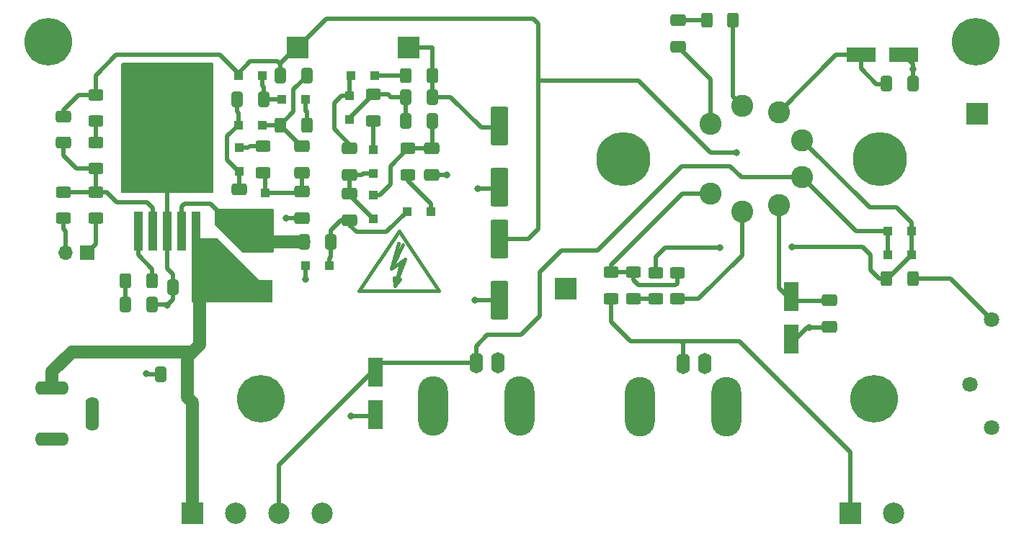
<source format=gbr>
%TF.GenerationSoftware,KiCad,Pcbnew,6.0.4-6f826c9f35~116~ubuntu21.10.1*%
%TF.CreationDate,2022-05-06T18:09:40-07:00*%
%TF.ProjectId,HV_Amplifier,48565f41-6d70-46c6-9966-6965722e6b69,rev?*%
%TF.SameCoordinates,Original*%
%TF.FileFunction,Copper,L1,Top*%
%TF.FilePolarity,Positive*%
%FSLAX46Y46*%
G04 Gerber Fmt 4.6, Leading zero omitted, Abs format (unit mm)*
G04 Created by KiCad (PCBNEW 6.0.4-6f826c9f35~116~ubuntu21.10.1) date 2022-05-06 18:09:40*
%MOMM*%
%LPD*%
G01*
G04 APERTURE LIST*
G04 Aperture macros list*
%AMRoundRect*
0 Rectangle with rounded corners*
0 $1 Rounding radius*
0 $2 $3 $4 $5 $6 $7 $8 $9 X,Y pos of 4 corners*
0 Add a 4 corners polygon primitive as box body*
4,1,4,$2,$3,$4,$5,$6,$7,$8,$9,$2,$3,0*
0 Add four circle primitives for the rounded corners*
1,1,$1+$1,$2,$3*
1,1,$1+$1,$4,$5*
1,1,$1+$1,$6,$7*
1,1,$1+$1,$8,$9*
0 Add four rect primitives between the rounded corners*
20,1,$1+$1,$2,$3,$4,$5,0*
20,1,$1+$1,$4,$5,$6,$7,0*
20,1,$1+$1,$6,$7,$8,$9,0*
20,1,$1+$1,$8,$9,$2,$3,0*%
G04 Aperture macros list end*
%TA.AperFunction,EtchedComponent*%
%ADD10C,0.381000*%
%TD*%
%TA.AperFunction,ComponentPad*%
%ADD11C,2.600000*%
%TD*%
%TA.AperFunction,ComponentPad*%
%ADD12C,6.350000*%
%TD*%
%TA.AperFunction,SMDPad,CuDef*%
%ADD13R,1.100000X4.600000*%
%TD*%
%TA.AperFunction,SMDPad,CuDef*%
%ADD14R,10.800000X9.400000*%
%TD*%
%TA.AperFunction,SMDPad,CuDef*%
%ADD15RoundRect,0.250001X0.799999X-1.999999X0.799999X1.999999X-0.799999X1.999999X-0.799999X-1.999999X0*%
%TD*%
%TA.AperFunction,SMDPad,CuDef*%
%ADD16RoundRect,0.250001X-0.799999X1.999999X-0.799999X-1.999999X0.799999X-1.999999X0.799999X1.999999X0*%
%TD*%
%TA.AperFunction,SMDPad,CuDef*%
%ADD17RoundRect,0.250000X0.412500X0.650000X-0.412500X0.650000X-0.412500X-0.650000X0.412500X-0.650000X0*%
%TD*%
%TA.AperFunction,SMDPad,CuDef*%
%ADD18R,1.800000X3.500000*%
%TD*%
%TA.AperFunction,ComponentPad*%
%ADD19C,5.600000*%
%TD*%
%TA.AperFunction,SMDPad,CuDef*%
%ADD20R,1.100000X1.100000*%
%TD*%
%TA.AperFunction,SMDPad,CuDef*%
%ADD21RoundRect,0.250000X-0.650000X0.412500X-0.650000X-0.412500X0.650000X-0.412500X0.650000X0.412500X0*%
%TD*%
%TA.AperFunction,SMDPad,CuDef*%
%ADD22RoundRect,0.250000X0.625000X-0.400000X0.625000X0.400000X-0.625000X0.400000X-0.625000X-0.400000X0*%
%TD*%
%TA.AperFunction,SMDPad,CuDef*%
%ADD23RoundRect,0.250000X0.650000X-0.412500X0.650000X0.412500X-0.650000X0.412500X-0.650000X-0.412500X0*%
%TD*%
%TA.AperFunction,SMDPad,CuDef*%
%ADD24R,3.500000X1.800000*%
%TD*%
%TA.AperFunction,ComponentPad*%
%ADD25O,1.600000X2.500000*%
%TD*%
%TA.AperFunction,ComponentPad*%
%ADD26O,3.500000X7.000000*%
%TD*%
%TA.AperFunction,SMDPad,CuDef*%
%ADD27RoundRect,0.250000X-0.625000X0.400000X-0.625000X-0.400000X0.625000X-0.400000X0.625000X0.400000X0*%
%TD*%
%TA.AperFunction,SMDPad,CuDef*%
%ADD28RoundRect,0.250000X-0.400000X-0.625000X0.400000X-0.625000X0.400000X0.625000X-0.400000X0.625000X0*%
%TD*%
%TA.AperFunction,ComponentPad*%
%ADD29R,2.500000X2.500000*%
%TD*%
%TA.AperFunction,SMDPad,CuDef*%
%ADD30RoundRect,0.250000X-0.412500X-0.650000X0.412500X-0.650000X0.412500X0.650000X-0.412500X0.650000X0*%
%TD*%
%TA.AperFunction,SMDPad,CuDef*%
%ADD31RoundRect,0.250000X0.400000X0.625000X-0.400000X0.625000X-0.400000X-0.625000X0.400000X-0.625000X0*%
%TD*%
%TA.AperFunction,ComponentPad*%
%ADD32O,4.000000X1.600000*%
%TD*%
%TA.AperFunction,ComponentPad*%
%ADD33O,1.600000X4.000000*%
%TD*%
%TA.AperFunction,ComponentPad*%
%ADD34C,2.500000*%
%TD*%
%TA.AperFunction,ComponentPad*%
%ADD35C,1.800000*%
%TD*%
%TA.AperFunction,SMDPad,CuDef*%
%ADD36RoundRect,0.575000X1.075000X-0.575000X1.075000X0.575000X-1.075000X0.575000X-1.075000X-0.575000X0*%
%TD*%
%TA.AperFunction,ComponentPad*%
%ADD37R,1.700000X1.700000*%
%TD*%
%TA.AperFunction,ComponentPad*%
%ADD38O,1.700000X1.700000*%
%TD*%
%TA.AperFunction,ViaPad*%
%ADD39C,0.800000*%
%TD*%
%TA.AperFunction,Conductor*%
%ADD40C,0.500000*%
%TD*%
%TA.AperFunction,Conductor*%
%ADD41C,1.500000*%
%TD*%
G04 APERTURE END LIST*
D10*
%TO.C,REF\u002A\u002A*%
X176529720Y-85370560D02*
X175732160Y-88169640D01*
X175732160Y-88169640D02*
X176931040Y-85070840D01*
X176931040Y-85070840D02*
X176331600Y-85469620D01*
X175330840Y-86170660D02*
X176631320Y-83369040D01*
X175330840Y-86170660D02*
X176529720Y-85370560D01*
X171531000Y-88764000D02*
X176230000Y-81779000D01*
X176130940Y-83170920D02*
X175330840Y-86170660D01*
X175732160Y-88169640D02*
X176331600Y-87471140D01*
X176230000Y-81779000D02*
X180929000Y-88764000D01*
X180929000Y-88764000D02*
X171531000Y-88764000D01*
X175732160Y-88169640D02*
X175630560Y-87270480D01*
%TD*%
D11*
%TO.P,U1,1,OUT*%
%TO.N,Net-(R5-Pad1)*%
X212778000Y-77342000D03*
%TO.P,U1,2,CL*%
%TO.N,Net-(R6-Pad2)*%
X216538000Y-79512000D03*
%TO.P,U1,3,+VS*%
%TO.N,+VHV*%
X220818000Y-78762000D03*
%TO.P,U1,4,+IN*%
%TO.N,/CTRL*%
X223608000Y-75432000D03*
%TO.P,U1,5,-IN*%
%TO.N,Net-(D1-Pad2)*%
X223608000Y-71092000D03*
%TO.P,U1,6,-VS*%
%TO.N,-VHV*%
X220818000Y-67762000D03*
%TO.P,U1,7,RC*%
%TO.N,Net-(R1-Pad2)*%
X216538000Y-67012000D03*
%TO.P,U1,8,CC*%
%TO.N,Net-(C1-Pad2)*%
X212778000Y-69182000D03*
D12*
%TO.P,U1,C*%
%TO.N,N/C*%
X232738000Y-73262000D03*
X202538000Y-73262000D03*
%TD*%
D13*
%TO.P,U2,1,VC*%
%TO.N,/VC*%
X145570000Y-81735000D03*
%TO.P,U2,2,FB*%
%TO.N,/FB*%
X147270000Y-81735000D03*
D14*
%TO.P,U2,3,GND*%
%TO.N,GND*%
X148970000Y-72585000D03*
D13*
X148970000Y-81735000D03*
%TO.P,U2,4,VSW*%
%TO.N,/SW*%
X150670000Y-81735000D03*
%TO.P,U2,5,VIN*%
%TO.N,/VIN*%
X152370000Y-81735000D03*
%TD*%
D15*
%TO.P,C20,1*%
%TO.N,GND*%
X188000000Y-76600000D03*
%TO.P,C20,2*%
%TO.N,-VHV*%
X188000000Y-69400000D03*
%TD*%
D16*
%TO.P,C19,1*%
%TO.N,+VHV*%
X188000000Y-82740000D03*
%TO.P,C19,2*%
%TO.N,GND*%
X188000000Y-89940000D03*
%TD*%
D17*
%TO.P,C12,1*%
%TO.N,Net-(C12-Pad1)*%
X180108500Y-68778000D03*
%TO.P,C12,2*%
%TO.N,Net-(C12-Pad2)*%
X176983500Y-68778000D03*
%TD*%
D18*
%TO.P,D16,1,A1*%
%TO.N,GND*%
X173440000Y-103400000D03*
%TO.P,D16,2,A2*%
%TO.N,/CTRL*%
X173440000Y-98400000D03*
%TD*%
D19*
%TO.P,H2,1,1*%
%TO.N,GND*%
X160000000Y-101500000D03*
%TD*%
D20*
%TO.P,D1,1,K*%
%TO.N,/CTRL*%
X233677500Y-84560000D03*
%TO.P,D1,2,A*%
%TO.N,Net-(D1-Pad2)*%
X236477500Y-84560000D03*
%TD*%
D21*
%TO.P,C7,1*%
%TO.N,Net-(C13-Pad2)*%
X157464000Y-76867500D03*
%TO.P,C7,2*%
%TO.N,/SW*%
X157464000Y-79992500D03*
%TD*%
D22*
%TO.P,R12,1*%
%TO.N,Net-(D7-Pad2)*%
X177276000Y-75154000D03*
%TO.P,R12,2*%
%TO.N,Net-(C12-Pad1)*%
X177276000Y-72054000D03*
%TD*%
D23*
%TO.P,C14,1*%
%TO.N,Net-(C10-Pad2)*%
X170418000Y-75166500D03*
%TO.P,C14,2*%
%TO.N,Net-(C14-Pad2)*%
X170418000Y-72041500D03*
%TD*%
D24*
%TO.P,D4,1,K*%
%TO.N,GND*%
X235520000Y-61060000D03*
%TO.P,D4,2,A*%
%TO.N,-VHV*%
X230520000Y-61060000D03*
%TD*%
D22*
%TO.P,R11,1*%
%TO.N,Net-(JP1-Pad2)*%
X136758000Y-80270000D03*
%TO.P,R11,2*%
%TO.N,/FB*%
X136758000Y-77170000D03*
%TD*%
D25*
%TO.P,J4,1,In*%
%TO.N,/HVOUT*%
X209600000Y-97350000D03*
D26*
%TO.P,J4,2,Ext*%
%TO.N,GND*%
X214680000Y-102430000D03*
X204520000Y-102430000D03*
D25*
X212140000Y-97350000D03*
%TD*%
D27*
%TO.P,R13,1*%
%TO.N,Net-(D9-Pad2)*%
X160258000Y-71800000D03*
%TO.P,R13,2*%
%TO.N,Net-(C11-Pad1)*%
X160258000Y-74900000D03*
%TD*%
%TO.P,R5,1*%
%TO.N,Net-(R5-Pad1)*%
X203756000Y-86636000D03*
%TO.P,R5,2*%
%TO.N,Net-(R4-Pad1)*%
X203756000Y-89736000D03*
%TD*%
D28*
%TO.P,R3,1*%
%TO.N,Net-(C2-Pad2)*%
X144098000Y-87610000D03*
%TO.P,R3,2*%
%TO.N,/VC*%
X147198000Y-87610000D03*
%TD*%
D20*
%TO.P,D13,1,K*%
%TO.N,+VHV*%
X157334000Y-63444000D03*
%TO.P,D13,2,A*%
%TO.N,Net-(C13-Pad1)*%
X160134000Y-63444000D03*
%TD*%
D29*
%TO.P,TP3,1,1*%
%TO.N,GND*%
X244180000Y-68000000D03*
%TD*%
D30*
%TO.P,C17,1*%
%TO.N,GND*%
X149673500Y-88372000D03*
%TO.P,C17,2*%
%TO.N,/VIN*%
X152798500Y-88372000D03*
%TD*%
D31*
%TO.P,R14,1*%
%TO.N,Net-(D12-Pad2)*%
X165364000Y-69286000D03*
%TO.P,R14,2*%
%TO.N,Net-(C11-Pad2)*%
X162264000Y-69286000D03*
%TD*%
D32*
%TO.P,J3,1*%
%TO.N,/VIN*%
X135450000Y-100250000D03*
%TO.P,J3,2*%
%TO.N,GND*%
X135450000Y-106250000D03*
D33*
%TO.P,J3,3*%
X140150000Y-103250000D03*
%TD*%
D20*
%TO.P,D6,1,K*%
%TO.N,Net-(C11-Pad1)*%
X160512000Y-77284000D03*
%TO.P,D6,2,A*%
%TO.N,/SW*%
X160512000Y-80084000D03*
%TD*%
D27*
%TO.P,R6,1*%
%TO.N,Net-(R5-Pad1)*%
X208910000Y-86670000D03*
%TO.P,R6,2*%
%TO.N,Net-(R6-Pad2)*%
X208910000Y-89770000D03*
%TD*%
D22*
%TO.P,R4,1*%
%TO.N,Net-(R4-Pad1)*%
X206360000Y-89760000D03*
%TO.P,R4,2*%
%TO.N,Net-(D1-Pad2)*%
X206360000Y-86660000D03*
%TD*%
D29*
%TO.P,J5,1,Pin_1*%
%TO.N,/HVOUT*%
X229255000Y-115000000D03*
D34*
%TO.P,J5,2,Pin_2*%
%TO.N,GND*%
X234335000Y-115000000D03*
%TD*%
D20*
%TO.P,D8,1,K*%
%TO.N,Net-(C12-Pad1)*%
X173212000Y-77538000D03*
%TO.P,D8,2,A*%
%TO.N,Net-(C10-Pad2)*%
X173212000Y-80338000D03*
%TD*%
%TO.P,D14,1,K*%
%TO.N,Net-(C12-Pad2)*%
X170418000Y-68654000D03*
%TO.P,D14,2,A*%
%TO.N,Net-(C14-Pad2)*%
X170418000Y-65854000D03*
%TD*%
D28*
%TO.P,R2,1*%
%TO.N,Net-(D1-Pad2)*%
X233470000Y-87370000D03*
%TO.P,R2,2*%
%TO.N,Net-(R2-Pad2)*%
X236570000Y-87370000D03*
%TD*%
D35*
%TO.P,RV1,1,1*%
%TO.N,Net-(R2-Pad2)*%
X245852000Y-92214000D03*
%TO.P,RV1,2,2*%
%TO.N,GND*%
X243312000Y-99834000D03*
%TO.P,RV1,3,3*%
%TO.N,unconnected-(RV1-Pad3)*%
X245852000Y-104914000D03*
%TD*%
D17*
%TO.P,C15,1*%
%TO.N,Net-(C11-Pad2)*%
X165376500Y-63444000D03*
%TO.P,C15,2*%
%TO.N,+VHV*%
X162251500Y-63444000D03*
%TD*%
D22*
%TO.P,R8,1*%
%TO.N,GND*%
X140568000Y-80270000D03*
%TO.P,R8,2*%
%TO.N,/FB*%
X140568000Y-77170000D03*
%TD*%
D20*
%TO.P,D10,1,K*%
%TO.N,Net-(C11-Pad2)*%
X160134000Y-69286000D03*
%TO.P,D10,2,A*%
%TO.N,Net-(C13-Pad2)*%
X157334000Y-69286000D03*
%TD*%
%TO.P,D5,1,K*%
%TO.N,GND*%
X165208000Y-85796000D03*
%TO.P,D5,2,A*%
%TO.N,Net-(C10-Pad1)*%
X168008000Y-85796000D03*
%TD*%
D17*
%TO.P,C2,1*%
%TO.N,GND*%
X147210500Y-90404000D03*
%TO.P,C2,2*%
%TO.N,Net-(C2-Pad2)*%
X144085500Y-90404000D03*
%TD*%
D23*
%TO.P,C5,1*%
%TO.N,/FB*%
X136758000Y-71392500D03*
%TO.P,C5,2*%
%TO.N,+VHV*%
X136758000Y-68267500D03*
%TD*%
%TO.P,C8,1*%
%TO.N,GND*%
X164830000Y-80246500D03*
%TO.P,C8,2*%
%TO.N,Net-(C11-Pad1)*%
X164830000Y-77121500D03*
%TD*%
D28*
%TO.P,R1,1*%
%TO.N,Net-(C1-Pad1)*%
X212370000Y-56980000D03*
%TO.P,R1,2*%
%TO.N,Net-(R1-Pad2)*%
X215470000Y-56980000D03*
%TD*%
D29*
%TO.P,J1,1,Pin_1*%
%TO.N,/VIN*%
X151980000Y-115000000D03*
D34*
%TO.P,J1,2,Pin_2*%
%TO.N,GND*%
X157060000Y-115000000D03*
%TO.P,J1,3,Pin_3*%
%TO.N,/CTRL*%
X162140000Y-115000000D03*
%TO.P,J1,4,Pin_4*%
%TO.N,GND*%
X167220000Y-115000000D03*
%TD*%
D19*
%TO.P,H3,1,1*%
%TO.N,GND*%
X135000000Y-59500000D03*
%TD*%
D17*
%TO.P,C13,1*%
%TO.N,Net-(C13-Pad1)*%
X160296500Y-66238000D03*
%TO.P,C13,2*%
%TO.N,Net-(C13-Pad2)*%
X157171500Y-66238000D03*
%TD*%
D30*
%TO.P,C16,1*%
%TO.N,Net-(C12-Pad2)*%
X176983500Y-65984000D03*
%TO.P,C16,2*%
%TO.N,-VHV*%
X180108500Y-65984000D03*
%TD*%
D20*
%TO.P,D15,1,K*%
%TO.N,Net-(C14-Pad2)*%
X170542000Y-63444000D03*
%TO.P,D15,2,A*%
%TO.N,Net-(D15-Pad2)*%
X173342000Y-63444000D03*
%TD*%
D29*
%TO.P,TP4,1,1*%
%TO.N,GND*%
X195810000Y-88530000D03*
%TD*%
D18*
%TO.P,D3,1,K*%
%TO.N,+VHV*%
X222340000Y-89490000D03*
%TO.P,D3,2,A*%
%TO.N,GND*%
X222340000Y-94490000D03*
%TD*%
D25*
%TO.P,J2,1,In*%
%TO.N,/CTRL*%
X185300000Y-97250000D03*
D26*
%TO.P,J2,2,Ext*%
%TO.N,GND*%
X190380000Y-102330000D03*
X180220000Y-102330000D03*
D25*
X187840000Y-97250000D03*
%TD*%
D19*
%TO.P,H4,1,1*%
%TO.N,GND*%
X244000000Y-59500000D03*
%TD*%
D29*
%TO.P,TP1,1*%
%TO.N,+VHV*%
X164322000Y-60142000D03*
%TD*%
D19*
%TO.P,H1,1,1*%
%TO.N,GND*%
X232000000Y-101500000D03*
%TD*%
D21*
%TO.P,C3,1*%
%TO.N,+VHV*%
X226760000Y-89937500D03*
%TO.P,C3,2*%
%TO.N,GND*%
X226760000Y-93062500D03*
%TD*%
D22*
%TO.P,R10,1*%
%TO.N,/FB*%
X140568000Y-74428000D03*
%TO.P,R10,2*%
%TO.N,Net-(R10-Pad2)*%
X140568000Y-71328000D03*
%TD*%
D20*
%TO.P,D12,1,K*%
%TO.N,Net-(C13-Pad1)*%
X162414000Y-66238000D03*
%TO.P,D12,2,A*%
%TO.N,Net-(D12-Pad2)*%
X165214000Y-66238000D03*
%TD*%
%TO.P,D2,1,K*%
%TO.N,Net-(D1-Pad2)*%
X236477500Y-81766000D03*
%TO.P,D2,2,A*%
%TO.N,/CTRL*%
X233677500Y-81766000D03*
%TD*%
D22*
%TO.P,R15,1*%
%TO.N,Net-(D11-Pad2)*%
X173212000Y-68804000D03*
%TO.P,R15,2*%
%TO.N,Net-(C12-Pad2)*%
X173212000Y-65704000D03*
%TD*%
D30*
%TO.P,C18,1*%
%TO.N,GND*%
X148237500Y-98580000D03*
%TO.P,C18,2*%
%TO.N,/VIN*%
X151362500Y-98580000D03*
%TD*%
D23*
%TO.P,C10,1*%
%TO.N,Net-(C10-Pad1)*%
X170418000Y-80500500D03*
%TO.P,C10,2*%
%TO.N,Net-(C10-Pad2)*%
X170418000Y-77375500D03*
%TD*%
D30*
%TO.P,C6,1*%
%TO.N,/SW*%
X165045500Y-83002000D03*
%TO.P,C6,2*%
%TO.N,Net-(C10-Pad1)*%
X168170500Y-83002000D03*
%TD*%
%TO.P,C4,1*%
%TO.N,-VHV*%
X233467500Y-64450000D03*
%TO.P,C4,2*%
%TO.N,GND*%
X236592500Y-64450000D03*
%TD*%
D20*
%TO.P,D9,1,K*%
%TO.N,Net-(C13-Pad2)*%
X157464000Y-74750000D03*
%TO.P,D9,2,A*%
%TO.N,Net-(D9-Pad2)*%
X157464000Y-71950000D03*
%TD*%
D29*
%TO.P,TP2,1*%
%TO.N,-VHV*%
X177300000Y-60200000D03*
%TD*%
D23*
%TO.P,C11,1*%
%TO.N,Net-(C11-Pad1)*%
X164830000Y-74912500D03*
%TO.P,C11,2*%
%TO.N,Net-(C11-Pad2)*%
X164830000Y-71787500D03*
%TD*%
D36*
%TO.P,L1,1,1*%
%TO.N,/VIN*%
X159750000Y-89000000D03*
%TO.P,L1,2,2*%
%TO.N,/SW*%
X159750000Y-83100000D03*
%TD*%
D23*
%TO.P,C9,1*%
%TO.N,GND*%
X180070000Y-75166500D03*
%TO.P,C9,2*%
%TO.N,Net-(C12-Pad1)*%
X180070000Y-72041500D03*
%TD*%
D28*
%TO.P,R16,1*%
%TO.N,Net-(D15-Pad2)*%
X176996000Y-63444000D03*
%TO.P,R16,2*%
%TO.N,-VHV*%
X180096000Y-63444000D03*
%TD*%
D37*
%TO.P,JP1,1,A*%
%TO.N,GND*%
X139552000Y-84308000D03*
D38*
%TO.P,JP1,2,B*%
%TO.N,Net-(JP1-Pad2)*%
X137012000Y-84308000D03*
%TD*%
D22*
%TO.P,R9,1*%
%TO.N,Net-(R10-Pad2)*%
X140568000Y-68840000D03*
%TO.P,R9,2*%
%TO.N,+VHV*%
X140568000Y-65740000D03*
%TD*%
D20*
%TO.P,D7,1,K*%
%TO.N,Net-(C10-Pad1)*%
X177146000Y-79446000D03*
%TO.P,D7,2,A*%
%TO.N,Net-(D7-Pad2)*%
X179946000Y-79446000D03*
%TD*%
D21*
%TO.P,C1,1*%
%TO.N,Net-(C1-Pad1)*%
X208990000Y-56957500D03*
%TO.P,C1,2*%
%TO.N,Net-(C1-Pad2)*%
X208990000Y-60082500D03*
%TD*%
D20*
%TO.P,D11,1,K*%
%TO.N,Net-(C10-Pad2)*%
X173212000Y-75004000D03*
%TO.P,D11,2,A*%
%TO.N,Net-(D11-Pad2)*%
X173212000Y-72204000D03*
%TD*%
D22*
%TO.P,R7,1*%
%TO.N,/HVOUT*%
X201110000Y-89730000D03*
%TO.P,R7,2*%
%TO.N,Net-(R5-Pad1)*%
X201110000Y-86630000D03*
%TD*%
D39*
%TO.N,GND*%
X149000000Y-73840000D03*
X149000000Y-70270000D03*
X151920000Y-73840000D03*
X146160000Y-73840000D03*
X151920000Y-70270000D03*
X146160000Y-70270000D03*
%TO.N,+VHV*%
X215850000Y-72530000D03*
%TO.N,Net-(D1-Pad2)*%
X222390000Y-83660000D03*
X213920000Y-83700000D03*
%TO.N,GND*%
X185130000Y-89890000D03*
X162970000Y-80260000D03*
X149000000Y-90500000D03*
X236590000Y-62700000D03*
X181860000Y-75150000D03*
X165210000Y-87420000D03*
X224420000Y-93080000D03*
X146500000Y-98500000D03*
X185490000Y-76740000D03*
X170570000Y-103500000D03*
%TD*%
D40*
%TO.N,+VHV*%
X157334000Y-63444000D02*
X157334000Y-63204000D01*
X157334000Y-63204000D02*
X155170000Y-61040000D01*
X155170000Y-61040000D02*
X142990000Y-61040000D01*
X142990000Y-61040000D02*
X140568000Y-63462000D01*
X140568000Y-63462000D02*
X140568000Y-65740000D01*
%TO.N,GND*%
X148970000Y-81735000D02*
X148970000Y-72585000D01*
X149673500Y-88372000D02*
X149673500Y-89826500D01*
X149673500Y-89826500D02*
X149000000Y-90500000D01*
%TO.N,Net-(R2-Pad2)*%
X245852000Y-92214000D02*
X241008000Y-87370000D01*
X241008000Y-87370000D02*
X236570000Y-87370000D01*
%TO.N,Net-(D1-Pad2)*%
X236477500Y-81766000D02*
X236477500Y-80767500D01*
X236477500Y-80767500D02*
X234690000Y-78980000D01*
X234690000Y-78980000D02*
X231496000Y-78980000D01*
X231496000Y-78980000D02*
X223608000Y-71092000D01*
X236477500Y-84560000D02*
X236477500Y-81766000D01*
X233470000Y-87370000D02*
X233667500Y-87370000D01*
X233667500Y-87370000D02*
X236477500Y-84560000D01*
%TO.N,/CTRL*%
X233677500Y-81766000D02*
X229942000Y-81766000D01*
X229942000Y-81766000D02*
X223608000Y-75432000D01*
X233677500Y-84560000D02*
X233677500Y-81766000D01*
%TO.N,Net-(D1-Pad2)*%
X222390000Y-83660000D02*
X230670000Y-83660000D01*
X230670000Y-83660000D02*
X231600000Y-84590000D01*
X231600000Y-84590000D02*
X231600000Y-86310000D01*
X231600000Y-86310000D02*
X232660000Y-87370000D01*
X232660000Y-87370000D02*
X233470000Y-87370000D01*
%TO.N,/CTRL*%
X213050000Y-74150000D02*
X209450000Y-74150000D01*
X190550000Y-93970000D02*
X186600000Y-93970000D01*
X209450000Y-74150000D02*
X199540000Y-84060000D01*
X186600000Y-93970000D02*
X185290000Y-95280000D01*
X199540000Y-84060000D02*
X195270000Y-84060000D01*
X195270000Y-84060000D02*
X192770000Y-86560000D01*
X192770000Y-91750000D02*
X190550000Y-93970000D01*
X192770000Y-86560000D02*
X192770000Y-91750000D01*
X185290000Y-95280000D02*
X185290000Y-97240000D01*
X185290000Y-97240000D02*
X185300000Y-97250000D01*
X215140000Y-74150000D02*
X213050000Y-74150000D01*
%TO.N,Net-(R5-Pad1)*%
X201110000Y-86630000D02*
X201110000Y-85760000D01*
X201110000Y-85760000D02*
X209528000Y-77342000D01*
X209528000Y-77342000D02*
X212778000Y-77342000D01*
%TO.N,/CTRL*%
X223608000Y-75432000D02*
X216422000Y-75432000D01*
X216422000Y-75432000D02*
X215140000Y-74150000D01*
%TO.N,+VHV*%
X204310000Y-64060000D02*
X211940000Y-71690000D01*
X212780000Y-72530000D02*
X211940000Y-71690000D01*
X215850000Y-72530000D02*
X212780000Y-72530000D01*
%TO.N,Net-(R5-Pad1)*%
X203756000Y-86636000D02*
X203756000Y-87566000D01*
X203756000Y-87566000D02*
X204350000Y-88160000D01*
X204350000Y-88160000D02*
X208690000Y-88160000D01*
X208690000Y-88160000D02*
X208910000Y-87940000D01*
X208910000Y-87940000D02*
X208910000Y-86670000D01*
%TO.N,Net-(D1-Pad2)*%
X206360000Y-84840000D02*
X206620000Y-84580000D01*
X206360000Y-86660000D02*
X206360000Y-84840000D01*
X207500000Y-83700000D02*
X213920000Y-83700000D01*
X206620000Y-84580000D02*
X207500000Y-83700000D01*
%TO.N,Net-(R6-Pad2)*%
X208910000Y-89770000D02*
X211390000Y-89770000D01*
X211390000Y-89770000D02*
X216538000Y-84622000D01*
X216538000Y-84622000D02*
X216538000Y-79512000D01*
%TO.N,Net-(C1-Pad1)*%
X212370000Y-56980000D02*
X209012500Y-56980000D01*
X209012500Y-56980000D02*
X208990000Y-56957500D01*
%TO.N,Net-(C1-Pad2)*%
X212778000Y-69182000D02*
X212778000Y-63870500D01*
X212778000Y-63870500D02*
X208990000Y-60082500D01*
%TO.N,Net-(R1-Pad2)*%
X215470000Y-56980000D02*
X215470000Y-65944000D01*
X215470000Y-65944000D02*
X216538000Y-67012000D01*
%TO.N,+VHV*%
X192580000Y-64060000D02*
X192580000Y-81520000D01*
X192580000Y-57360000D02*
X192580000Y-64060000D01*
X192580000Y-64060000D02*
X204310000Y-64060000D01*
X164322000Y-60142000D02*
X167674000Y-56790000D01*
X167674000Y-56790000D02*
X192010000Y-56790000D01*
X192010000Y-56790000D02*
X192580000Y-57360000D01*
X192580000Y-81520000D02*
X191360000Y-82740000D01*
X191360000Y-82740000D02*
X188000000Y-82740000D01*
D41*
%TO.N,/VIN*%
X151970000Y-95990000D02*
X137780000Y-95990000D01*
X137780000Y-95990000D02*
X135450000Y-98320000D01*
X135450000Y-98320000D02*
X135450000Y-100250000D01*
D40*
%TO.N,/FB*%
X147270000Y-81735000D02*
X147270000Y-79050000D01*
X147270000Y-79050000D02*
X146610000Y-78390000D01*
X146610000Y-78390000D02*
X143060000Y-78390000D01*
X143060000Y-78390000D02*
X141840000Y-77170000D01*
X141840000Y-77170000D02*
X140568000Y-77170000D01*
%TO.N,/VC*%
X147198000Y-87610000D02*
X147198000Y-86218000D01*
X147198000Y-86218000D02*
X145570000Y-84590000D01*
X145570000Y-84590000D02*
X145570000Y-81735000D01*
%TO.N,GND*%
X149673500Y-88372000D02*
X149673500Y-86853500D01*
X149673500Y-86853500D02*
X148970000Y-86150000D01*
X148970000Y-86150000D02*
X148970000Y-81735000D01*
%TO.N,/SW*%
X154080000Y-78560000D02*
X155430000Y-79910000D01*
X151820000Y-78560000D02*
X154080000Y-78560000D01*
X150670000Y-78930000D02*
X150880000Y-78720000D01*
X150670000Y-81735000D02*
X150670000Y-78930000D01*
X150880000Y-78720000D02*
X151040000Y-78560000D01*
X151040000Y-78560000D02*
X151820000Y-78560000D01*
%TO.N,/VIN*%
X152370000Y-85200000D02*
X152990000Y-85820000D01*
X152990000Y-85820000D02*
X152990000Y-88180500D01*
X152370000Y-81735000D02*
X152370000Y-85200000D01*
X152990000Y-88180500D02*
X152798500Y-88372000D01*
%TO.N,GND*%
X140568000Y-80270000D02*
X140568000Y-83292000D01*
X140568000Y-83292000D02*
X139552000Y-84308000D01*
X236572500Y-64460000D02*
X236572500Y-62717500D01*
X148237500Y-98580000D02*
X146580000Y-98580000D01*
X181843500Y-75166500D02*
X181860000Y-75150000D01*
X187690000Y-89940000D02*
X185180000Y-89940000D01*
X235510000Y-61050000D02*
X236590000Y-62130000D01*
X165208000Y-85796000D02*
X165208000Y-87418000D01*
X226000000Y-93082500D02*
X224422500Y-93082500D01*
X173460000Y-103570000D02*
X170640000Y-103570000D01*
X147210500Y-90404000D02*
X148904000Y-90404000D01*
X148904000Y-90404000D02*
X149000000Y-90500000D01*
X185180000Y-89940000D02*
X185130000Y-89890000D01*
X185530000Y-76780000D02*
X185490000Y-76740000D01*
X224190000Y-93080000D02*
X224420000Y-93080000D01*
X164830000Y-80246500D02*
X162983500Y-80246500D01*
X162983500Y-80246500D02*
X162970000Y-80260000D01*
X187830000Y-76780000D02*
X185530000Y-76780000D01*
X236572500Y-62717500D02*
X236590000Y-62700000D01*
X165208000Y-87418000D02*
X165210000Y-87420000D01*
X222330000Y-94940000D02*
X224190000Y-93080000D01*
X146580000Y-98580000D02*
X146500000Y-98500000D01*
X224422500Y-93082500D02*
X224420000Y-93080000D01*
X180070000Y-75166500D02*
X181843500Y-75166500D01*
X236590000Y-62130000D02*
X236590000Y-62700000D01*
%TO.N,Net-(C2-Pad2)*%
X144085500Y-87622500D02*
X144098000Y-87610000D01*
X144085500Y-90404000D02*
X144085500Y-87622500D01*
%TO.N,Net-(C10-Pad1)*%
X170418000Y-81078000D02*
X171210000Y-81870000D01*
X168170500Y-81689500D02*
X169359500Y-80500500D01*
X168170000Y-84820000D02*
X168170000Y-83930000D01*
X171210000Y-81870000D02*
X174722000Y-81870000D01*
X169359500Y-80500500D02*
X170418000Y-80500500D01*
X174722000Y-81870000D02*
X177146000Y-79446000D01*
X170418000Y-80500500D02*
X170418000Y-81078000D01*
X168008000Y-84982000D02*
X168170000Y-84820000D01*
X168170500Y-83002000D02*
X168170500Y-81689500D01*
X168170000Y-83930000D02*
X168170500Y-83929500D01*
X168008000Y-85796000D02*
X168008000Y-84982000D01*
X168170500Y-83929500D02*
X168170500Y-83002000D01*
%TO.N,Net-(C13-Pad2)*%
X157334000Y-69286000D02*
X157334000Y-67914000D01*
X157171500Y-67751500D02*
X157171500Y-66238000D01*
X156000000Y-73400000D02*
X156000000Y-70620000D01*
X156000000Y-70620000D02*
X157334000Y-69286000D01*
X157350000Y-74750000D02*
X156000000Y-73400000D01*
X157464000Y-76867500D02*
X157464000Y-74750000D01*
X157334000Y-67914000D02*
X157171500Y-67751500D01*
X157464000Y-74750000D02*
X157350000Y-74750000D01*
%TO.N,Net-(C11-Pad1)*%
X160512000Y-77284000D02*
X160512000Y-75154000D01*
X160512000Y-77284000D02*
X164667500Y-77284000D01*
X160512000Y-75154000D02*
X160258000Y-74900000D01*
X164667500Y-77284000D02*
X164830000Y-77121500D01*
X164830000Y-77121500D02*
X164830000Y-74912500D01*
%TO.N,Net-(C12-Pad1)*%
X173982000Y-77538000D02*
X175220000Y-76300000D01*
X180057500Y-72054000D02*
X180070000Y-72041500D01*
X177276000Y-72054000D02*
X180057500Y-72054000D01*
X180070000Y-72041500D02*
X180108500Y-72003000D01*
X175220000Y-76300000D02*
X175220000Y-74110000D01*
X180108500Y-72003000D02*
X180108500Y-68778000D01*
X175220000Y-74110000D02*
X177276000Y-72054000D01*
X173212000Y-77538000D02*
X173982000Y-77538000D01*
%TO.N,Net-(C10-Pad2)*%
X171863500Y-75166500D02*
X172030000Y-75000000D01*
X173212000Y-80292000D02*
X170418000Y-77498000D01*
X173212000Y-80338000D02*
X173212000Y-80292000D01*
X173208000Y-75000000D02*
X173212000Y-75004000D01*
X170418000Y-77498000D02*
X170418000Y-77375500D01*
X170418000Y-75166500D02*
X171863500Y-75166500D01*
X172030000Y-75000000D02*
X173208000Y-75000000D01*
X170418000Y-77375500D02*
X170418000Y-75166500D01*
%TO.N,Net-(C11-Pad2)*%
X165376500Y-63563500D02*
X165376500Y-63444000D01*
X163820000Y-67730000D02*
X163820000Y-65120000D01*
X160134000Y-69286000D02*
X162264000Y-69286000D01*
X164830000Y-71787500D02*
X164765500Y-71787500D01*
X163820000Y-65120000D02*
X165376500Y-63563500D01*
X164765500Y-71787500D02*
X162264000Y-69286000D01*
X162264000Y-69286000D02*
X163820000Y-67730000D01*
%TO.N,Net-(C12-Pad2)*%
X175264000Y-65984000D02*
X176983500Y-65984000D01*
X176983500Y-68778000D02*
X176983500Y-65984000D01*
X174984000Y-65704000D02*
X175264000Y-65984000D01*
X170418000Y-68654000D02*
X170418000Y-68498000D01*
X173212000Y-65704000D02*
X174984000Y-65704000D01*
X170418000Y-68498000D02*
X173212000Y-65704000D01*
%TO.N,Net-(C14-Pad2)*%
X170418000Y-71608000D02*
X168600000Y-69790000D01*
X170418000Y-65854000D02*
X170418000Y-63568000D01*
X170418000Y-72041500D02*
X170418000Y-71608000D01*
X169446000Y-65854000D02*
X170418000Y-65854000D01*
X170418000Y-63568000D02*
X170542000Y-63444000D01*
X168600000Y-66700000D02*
X169446000Y-65854000D01*
X168600000Y-69790000D02*
X168600000Y-66700000D01*
%TO.N,/CTRL*%
X162140000Y-109270000D02*
X174160000Y-97250000D01*
X174160000Y-97250000D02*
X185300000Y-97250000D01*
X162140000Y-115000000D02*
X162140000Y-109270000D01*
%TO.N,Net-(D7-Pad2)*%
X177276000Y-75876000D02*
X177276000Y-75154000D01*
X179946000Y-79446000D02*
X179946000Y-78546000D01*
X179946000Y-78546000D02*
X177276000Y-75876000D01*
%TO.N,Net-(D9-Pad2)*%
X158680000Y-71750000D02*
X160208000Y-71750000D01*
X157464000Y-71950000D02*
X158480000Y-71950000D01*
X160208000Y-71750000D02*
X160258000Y-71800000D01*
X158480000Y-71950000D02*
X158680000Y-71750000D01*
%TO.N,Net-(D11-Pad2)*%
X173212000Y-72204000D02*
X173212000Y-68804000D01*
%TO.N,Net-(D12-Pad2)*%
X165364000Y-69286000D02*
X165364000Y-67754000D01*
X165210000Y-66242000D02*
X165214000Y-66238000D01*
X165210000Y-67600000D02*
X165210000Y-66242000D01*
X165364000Y-67754000D02*
X165210000Y-67600000D01*
%TO.N,Net-(D15-Pad2)*%
X176996000Y-63444000D02*
X173342000Y-63444000D01*
D41*
%TO.N,/VIN*%
X151970000Y-95990000D02*
X152798500Y-95161500D01*
X151980000Y-115000000D02*
X151980000Y-101930000D01*
X151980000Y-101930000D02*
X151362500Y-101312500D01*
X151362500Y-98580000D02*
X151362500Y-96597500D01*
X151362500Y-101312500D02*
X151362500Y-98580000D01*
X152798500Y-95161500D02*
X152798500Y-88372000D01*
X151362500Y-96597500D02*
X151970000Y-95990000D01*
D40*
%TO.N,/HVOUT*%
X209320000Y-94760000D02*
X203460000Y-94760000D01*
X203460000Y-94760000D02*
X201110000Y-92410000D01*
X229250000Y-107800000D02*
X216210000Y-94760000D01*
X216210000Y-94760000D02*
X209320000Y-94760000D01*
X201110000Y-92410000D02*
X201110000Y-89730000D01*
X209600000Y-95040000D02*
X209320000Y-94760000D01*
X229250000Y-114995000D02*
X229250000Y-107800000D01*
X229255000Y-115000000D02*
X229250000Y-114995000D01*
X209600000Y-97350000D02*
X209600000Y-95040000D01*
%TO.N,Net-(JP1-Pad2)*%
X137012000Y-84308000D02*
X137012000Y-81752000D01*
X136758000Y-81498000D02*
X136758000Y-80270000D01*
X137012000Y-81752000D02*
X136758000Y-81498000D01*
%TO.N,Net-(R4-Pad1)*%
X203756000Y-89736000D02*
X206336000Y-89736000D01*
X206336000Y-89736000D02*
X206360000Y-89760000D01*
%TO.N,Net-(R5-Pad1)*%
X201110000Y-86630000D02*
X203750000Y-86630000D01*
X203750000Y-86630000D02*
X203756000Y-86636000D01*
%TO.N,Net-(R10-Pad2)*%
X140568000Y-68840000D02*
X140568000Y-71328000D01*
%TO.N,/FB*%
X138268000Y-74428000D02*
X140568000Y-74428000D01*
X136758000Y-77170000D02*
X140568000Y-77170000D01*
X136758000Y-72918000D02*
X138268000Y-74428000D01*
X140568000Y-74428000D02*
X140568000Y-77170000D01*
X136758000Y-71392500D02*
X136758000Y-72918000D01*
D41*
%TO.N,/SW*%
X165045500Y-83002000D02*
X159848000Y-83002000D01*
X159848000Y-83002000D02*
X159750000Y-83100000D01*
D40*
%TO.N,Net-(C13-Pad1)*%
X160134000Y-64664000D02*
X160134000Y-63444000D01*
X162414000Y-66238000D02*
X160296500Y-66238000D01*
X160296500Y-64826500D02*
X160134000Y-64664000D01*
X160296500Y-66238000D02*
X160296500Y-64826500D01*
%TO.N,+VHV*%
X157334000Y-63196000D02*
X158740000Y-61790000D01*
X157334000Y-63444000D02*
X157334000Y-63196000D01*
X162251500Y-62141500D02*
X162251500Y-63444000D01*
X138600000Y-65740000D02*
X140568000Y-65740000D01*
X136758000Y-68267500D02*
X136758000Y-67582000D01*
%TO.N,-VHV*%
X230510000Y-61050000D02*
X227530000Y-61050000D01*
%TO.N,+VHV*%
X158740000Y-61790000D02*
X161900000Y-61790000D01*
%TO.N,-VHV*%
X230510000Y-62640000D02*
X230510000Y-61050000D01*
%TO.N,+VHV*%
X162251500Y-62141500D02*
X162251500Y-62018500D01*
X164128000Y-60142000D02*
X164322000Y-60142000D01*
X136758000Y-67582000D02*
X138600000Y-65740000D01*
X161900000Y-61790000D02*
X162251500Y-62141500D01*
%TO.N,-VHV*%
X227530000Y-61050000D02*
X220818000Y-67762000D01*
X233447500Y-64460000D02*
X232330000Y-64460000D01*
%TO.N,+VHV*%
X162251500Y-62018500D02*
X164128000Y-60142000D01*
%TO.N,-VHV*%
X232330000Y-64460000D02*
X230510000Y-62640000D01*
X180096000Y-60206000D02*
X180096000Y-63444000D01*
%TO.N,+VHV*%
X220818000Y-78762000D02*
X220818000Y-88428000D01*
%TO.N,-VHV*%
X180108500Y-63456500D02*
X180096000Y-63444000D01*
X187830000Y-69580000D02*
X185860000Y-69580000D01*
%TO.N,+VHV*%
X222347500Y-89957500D02*
X222330000Y-89940000D01*
X220818000Y-88428000D02*
X222330000Y-89940000D01*
%TO.N,-VHV*%
X185860000Y-69580000D02*
X182264000Y-65984000D01*
X182264000Y-65984000D02*
X180108500Y-65984000D01*
X177300000Y-60200000D02*
X180090000Y-60200000D01*
%TO.N,+VHV*%
X226000000Y-89957500D02*
X222347500Y-89957500D01*
%TO.N,-VHV*%
X180108500Y-65984000D02*
X180108500Y-63456500D01*
X180090000Y-60200000D02*
X180096000Y-60206000D01*
%TD*%
%TA.AperFunction,Conductor*%
%TO.N,/SW*%
G36*
X161412121Y-79140002D02*
G01*
X161458614Y-79193658D01*
X161470000Y-79246000D01*
X161470000Y-84174000D01*
X161449998Y-84242121D01*
X161396342Y-84288614D01*
X161344000Y-84300000D01*
X157902190Y-84300000D01*
X157834069Y-84279998D01*
X157813095Y-84263095D01*
X154616576Y-81066576D01*
X154582550Y-81004264D01*
X154582551Y-80950697D01*
X154587053Y-80930000D01*
X154590000Y-80930000D01*
X154590000Y-79246000D01*
X154610002Y-79177879D01*
X154663658Y-79131386D01*
X154716000Y-79120000D01*
X161344000Y-79120000D01*
X161412121Y-79140002D01*
G37*
%TD.AperFunction*%
%TD*%
%TA.AperFunction,Conductor*%
%TO.N,/VIN*%
G36*
X154995931Y-82670002D02*
G01*
X155016905Y-82686905D01*
X159850000Y-87520000D01*
X161244000Y-87520000D01*
X161312121Y-87540002D01*
X161358614Y-87593658D01*
X161370000Y-87646000D01*
X161370000Y-90054000D01*
X161349998Y-90122121D01*
X161296342Y-90168614D01*
X161244000Y-90180000D01*
X151986000Y-90180000D01*
X151917879Y-90159998D01*
X151871386Y-90106342D01*
X151860000Y-90054000D01*
X151860000Y-82776000D01*
X151880002Y-82707879D01*
X151933658Y-82661386D01*
X151986000Y-82650000D01*
X154927810Y-82650000D01*
X154995931Y-82670002D01*
G37*
%TD.AperFunction*%
%TD*%
%TA.AperFunction,Conductor*%
%TO.N,GND*%
G36*
X154342121Y-62020002D02*
G01*
X154388614Y-62073658D01*
X154400000Y-62126000D01*
X154400000Y-69874000D01*
X154379998Y-69942121D01*
X154326342Y-69988614D01*
X154274000Y-70000000D01*
X143724980Y-70000000D01*
X143656859Y-69979998D01*
X143610366Y-69926342D01*
X143598984Y-69875024D01*
X143580006Y-67540710D01*
X143580003Y-67539231D01*
X143599547Y-62125545D01*
X143619795Y-62057497D01*
X143673618Y-62011198D01*
X143725546Y-62000000D01*
X154274000Y-62000000D01*
X154342121Y-62020002D01*
G37*
%TD.AperFunction*%
%TD*%
M02*

</source>
